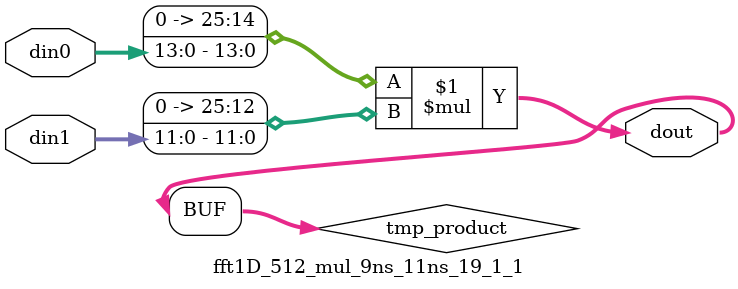
<source format=v>
 module fft1D_512_mul_9ns_11ns_19_1_1(din0, din1, dout); 
parameter ID = 1;
parameter NUM_STAGE = 0;
parameter din0_WIDTH = 14;
parameter din1_WIDTH = 12;
parameter dout_WIDTH = 26;
input [din0_WIDTH - 1 : 0] din0; 
input [din1_WIDTH - 1 : 0] din1; 
output [dout_WIDTH - 1 : 0] dout;
wire signed [dout_WIDTH - 1 : 0] tmp_product;
assign tmp_product = $signed({1'b0, din0}) * $signed({1'b0, din1});
assign dout = tmp_product;
endmodule
</source>
